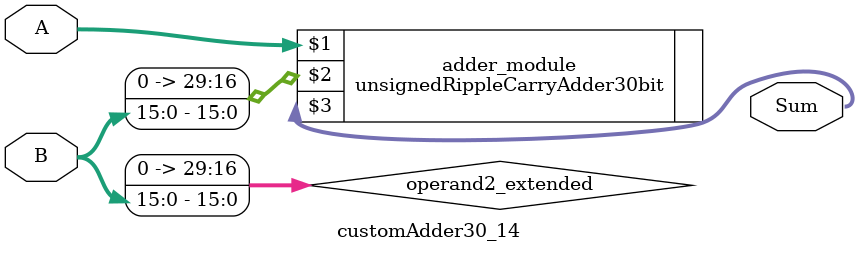
<source format=v>

module customAdder30_14(
                    input [29 : 0] A,
                    input [15 : 0] B,
                    
                    output [30 : 0] Sum
            );

    wire [29 : 0] operand2_extended;
    
    assign operand2_extended =  {14'b0, B};
    
    unsignedRippleCarryAdder30bit adder_module(
        A,
        operand2_extended,
        Sum
    );
    
endmodule
        
</source>
